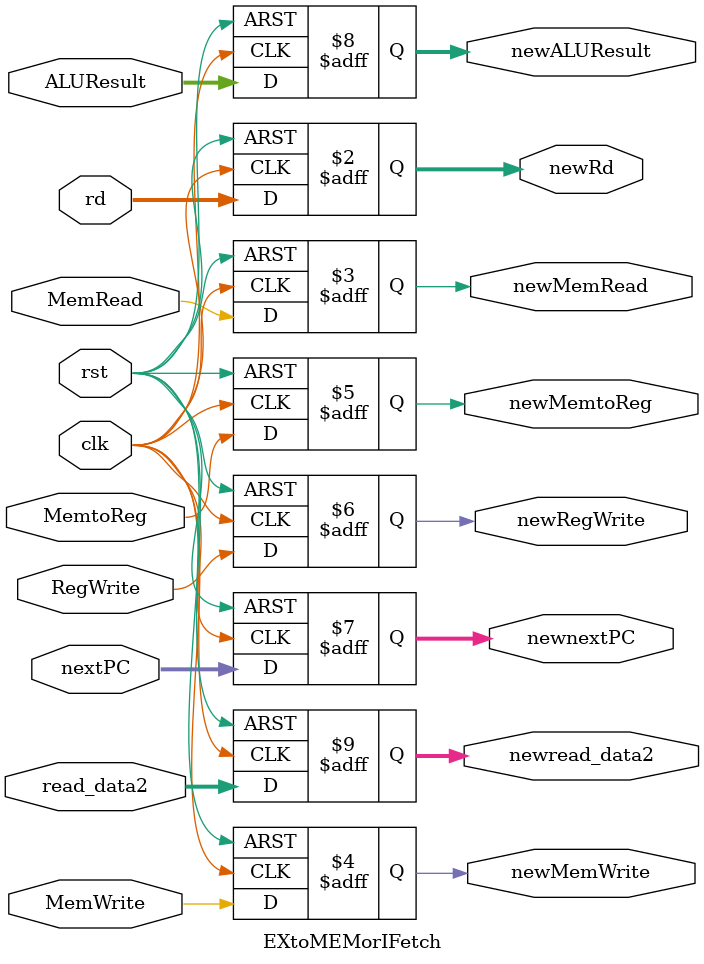
<source format=v>
`timescale 1ns / 1ps


module EXtoMEMorIFetch(
    input clk,
    input rst,
    input MemRead,MemWrite,MemtoReg,RegWrite,
    input [31:0] nextPC,
    input [31:0] ALUResult,
    input [4:0] rd,
    output reg [4:0] newRd,
    output reg newMemRead,newMemWrite,newMemtoReg,newRegWrite,
    output reg [31:0] newnextPC,
    output reg [31:0] newALUResult,
    input [31:0] read_data2,
    output reg [31:0] newread_data2
    );
    
    
    always @ (posedge rst or posedge clk) begin
        if(rst) begin
            newMemRead<=0;
            newMemWrite<=0;
            newMemtoReg<=0;
            newRegWrite<=0;
            newnextPC<=0;
            newALUResult<=0;
            newRd<=0;
            newread_data2<=0;
        end
        else begin
            newMemRead<=MemRead;
            newMemWrite<=MemWrite;
            newMemtoReg<=MemtoReg;
            newRegWrite<=RegWrite;
            newnextPC<=nextPC;
            newALUResult<=ALUResult;
            newRd<=rd;
            newread_data2<=read_data2;
        end
    end
endmodule

</source>
